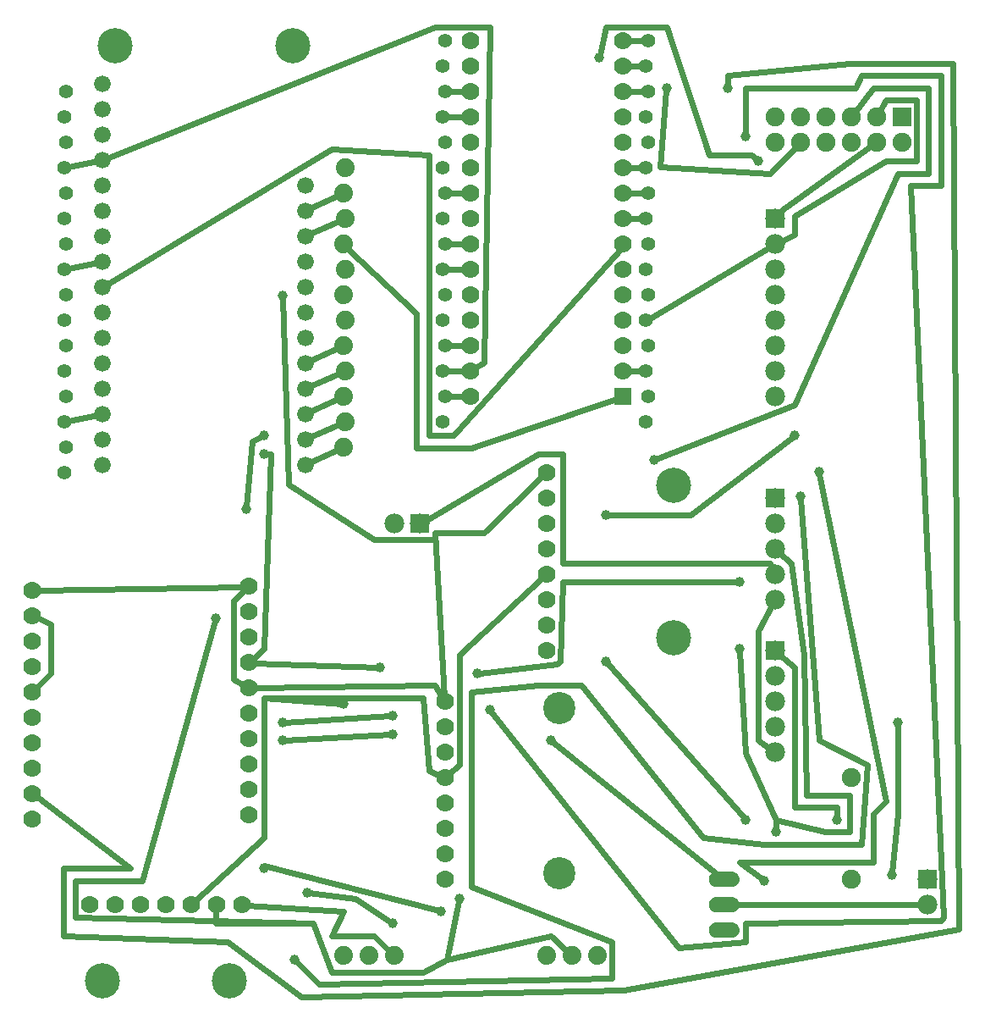
<source format=gtl>
G04 MADE WITH FRITZING*
G04 WWW.FRITZING.ORG*
G04 DOUBLE SIDED*
G04 HOLES PLATED*
G04 CONTOUR ON CENTER OF CONTOUR VECTOR*
%ASAXBY*%
%FSLAX23Y23*%
%MOIN*%
%OFA0B0*%
%SFA1.0B1.0*%
%ADD10C,0.070000*%
%ADD11C,0.078000*%
%ADD12C,0.074000*%
%ADD13C,0.055000*%
%ADD14C,0.075000*%
%ADD15C,0.066000*%
%ADD16C,0.138425*%
%ADD17C,0.126614*%
%ADD18C,0.060000*%
%ADD19C,0.039370*%
%ADD20R,0.069972X0.070000*%
%ADD21R,0.078000X0.078000*%
%ADD22R,0.075000X0.075000*%
%ADD23C,0.024000*%
%ADD24R,0.001000X0.001000*%
%LNCOPPER1*%
G90*
G70*
G54D10*
X2551Y2422D03*
X2551Y2522D03*
X2551Y2622D03*
X2551Y2722D03*
X2551Y2822D03*
X2551Y2922D03*
X2551Y3022D03*
X2551Y3122D03*
X2551Y3222D03*
X2551Y3322D03*
X2551Y3422D03*
X2551Y3522D03*
X2551Y3622D03*
X2551Y3722D03*
X2551Y3822D03*
X1951Y2422D03*
X1951Y2522D03*
X1951Y2622D03*
X1951Y2722D03*
X1951Y2822D03*
X1951Y2922D03*
X1951Y3022D03*
X1951Y3122D03*
X1951Y3222D03*
X1951Y3322D03*
X1951Y3422D03*
X1951Y3522D03*
X1951Y3622D03*
X1951Y3722D03*
X1951Y3822D03*
G54D11*
X3151Y1422D03*
X3151Y1322D03*
X3151Y1222D03*
X3151Y1122D03*
X3151Y1022D03*
X3151Y2022D03*
X3151Y1922D03*
X3151Y1822D03*
X3151Y1722D03*
X3151Y1622D03*
X1751Y1922D03*
X1651Y1922D03*
G54D12*
X1459Y3322D03*
X1451Y3222D03*
X1459Y3122D03*
X1451Y3022D03*
X1459Y2922D03*
X1451Y2822D03*
X1459Y2722D03*
X1451Y2622D03*
X1459Y2522D03*
X1451Y2422D03*
X1459Y2322D03*
X1451Y2222D03*
X1459Y3322D03*
X1451Y3222D03*
X1459Y3122D03*
X1451Y3022D03*
X1459Y2922D03*
X1451Y2822D03*
X1459Y2722D03*
X1451Y2622D03*
X1459Y2522D03*
X1451Y2422D03*
X1459Y2322D03*
X1451Y2222D03*
G54D13*
X1851Y3822D03*
X1843Y3722D03*
X1851Y3622D03*
X1843Y3522D03*
X1851Y3422D03*
X1843Y3322D03*
X1851Y3222D03*
X1843Y3122D03*
X1851Y3022D03*
X1843Y2922D03*
X1851Y2822D03*
X1843Y2722D03*
X1851Y2622D03*
X1843Y2522D03*
X1851Y2422D03*
X1843Y2322D03*
X1851Y3822D03*
X1843Y3722D03*
X1851Y3622D03*
X1843Y3522D03*
X1851Y3422D03*
X1843Y3322D03*
X1851Y3222D03*
X1843Y3122D03*
X1851Y3022D03*
X1843Y2922D03*
X1851Y2822D03*
X1843Y2722D03*
X1851Y2622D03*
X1843Y2522D03*
X1851Y2422D03*
X1843Y2322D03*
X359Y3622D03*
X351Y3522D03*
X359Y3422D03*
X351Y3322D03*
X359Y3222D03*
X351Y3122D03*
X359Y3022D03*
X351Y2922D03*
X359Y2822D03*
X351Y2722D03*
X359Y2622D03*
X351Y2522D03*
X359Y2422D03*
X351Y2322D03*
X359Y2222D03*
X351Y2122D03*
X359Y3622D03*
X351Y3522D03*
X359Y3422D03*
X351Y3322D03*
X359Y3222D03*
X351Y3122D03*
X359Y3022D03*
X351Y2922D03*
X359Y2822D03*
X351Y2722D03*
X359Y2622D03*
X351Y2522D03*
X359Y2422D03*
X351Y2322D03*
X359Y2222D03*
X351Y2122D03*
X2651Y3822D03*
X2643Y3722D03*
X2651Y3622D03*
X2643Y3522D03*
X2651Y3422D03*
X2643Y3322D03*
X2651Y3222D03*
X2643Y3122D03*
X2651Y3022D03*
X2643Y2922D03*
X2651Y2822D03*
X2643Y2722D03*
X2651Y2622D03*
X2643Y2522D03*
X2651Y2422D03*
X2643Y2322D03*
X2651Y3822D03*
X2643Y3722D03*
X2651Y3622D03*
X2643Y3522D03*
X2651Y3422D03*
X2643Y3322D03*
X2651Y3222D03*
X2643Y3122D03*
X2651Y3022D03*
X2643Y2922D03*
X2651Y2822D03*
X2643Y2722D03*
X2651Y2622D03*
X2643Y2522D03*
X2651Y2422D03*
X2643Y2322D03*
G54D11*
X3151Y3122D03*
X3151Y3022D03*
X3151Y2922D03*
X3151Y2822D03*
X3151Y2722D03*
X3151Y2622D03*
X3151Y2522D03*
X3151Y2422D03*
X3751Y522D03*
X3751Y422D03*
G54D14*
X3651Y3522D03*
X3651Y3422D03*
X3551Y3522D03*
X3551Y3422D03*
X3451Y3522D03*
X3451Y3422D03*
X3351Y3522D03*
X3351Y3422D03*
X3251Y3522D03*
X3251Y3422D03*
X3151Y3522D03*
X3151Y3422D03*
G54D15*
X501Y2354D03*
X501Y2254D03*
X501Y2454D03*
X501Y2554D03*
X501Y2654D03*
X501Y2754D03*
X501Y2854D03*
X501Y2954D03*
X501Y3054D03*
X501Y3154D03*
X501Y3254D03*
X501Y3354D03*
X501Y3454D03*
X501Y3554D03*
X501Y3654D03*
X1301Y3254D03*
X1301Y3154D03*
X1301Y3054D03*
X1301Y2954D03*
X1301Y2854D03*
X1301Y2754D03*
X1301Y2654D03*
X1301Y2554D03*
X1301Y2454D03*
X1301Y2354D03*
X1301Y2254D03*
X1301Y2154D03*
G54D16*
X1251Y3804D03*
X551Y3804D03*
G54D15*
X501Y2154D03*
G54D10*
X1051Y422D03*
G54D16*
X1001Y122D03*
G54D10*
X951Y422D03*
X851Y422D03*
X751Y422D03*
X651Y422D03*
X551Y422D03*
G54D16*
X501Y122D03*
G54D10*
X451Y422D03*
G54D17*
X2301Y1197D03*
G54D10*
X1851Y1222D03*
X1851Y1122D03*
X1851Y1022D03*
X1851Y922D03*
X1851Y822D03*
G54D17*
X2301Y547D03*
G54D10*
X1851Y722D03*
X1851Y622D03*
X1851Y522D03*
G54D16*
X2751Y1472D03*
G54D10*
X2251Y2122D03*
X2251Y2022D03*
X2251Y1922D03*
X2251Y1822D03*
X2251Y1722D03*
X2251Y1622D03*
X2251Y1522D03*
X2251Y1422D03*
G54D16*
X2751Y2072D03*
G54D10*
X226Y761D03*
X226Y861D03*
X226Y961D03*
X226Y1061D03*
X226Y1161D03*
X226Y1261D03*
X226Y1361D03*
X226Y1461D03*
X226Y1561D03*
X226Y1661D03*
X1077Y775D03*
X1077Y875D03*
X1077Y975D03*
X1077Y1075D03*
X1077Y1175D03*
X1077Y1275D03*
X1077Y1375D03*
X1077Y1475D03*
X1077Y1575D03*
X1077Y1675D03*
G54D12*
X2251Y222D03*
X2351Y222D03*
X2451Y222D03*
X2251Y222D03*
X2351Y222D03*
X2451Y222D03*
X1451Y222D03*
X1551Y222D03*
X1651Y222D03*
X1451Y222D03*
X1551Y222D03*
X1651Y222D03*
G54D14*
X3451Y922D03*
X3451Y522D03*
G54D18*
X2951Y522D03*
X2951Y422D03*
X2951Y322D03*
X2951Y522D03*
X2951Y422D03*
X2951Y322D03*
G54D19*
X2268Y1069D03*
X1452Y1213D03*
X1140Y2269D03*
X1068Y1981D03*
X1596Y1357D03*
X1140Y2197D03*
X1212Y1141D03*
X1644Y1165D03*
X1980Y1333D03*
X3012Y1693D03*
X2676Y2173D03*
X3036Y3445D03*
X2028Y1189D03*
X1644Y1093D03*
X1212Y1069D03*
X3108Y517D03*
X3324Y2125D03*
X1260Y205D03*
X3252Y2029D03*
X1140Y565D03*
X1836Y397D03*
X2484Y1957D03*
X3228Y2269D03*
X2724Y3637D03*
X3636Y1141D03*
X3612Y541D03*
X3036Y757D03*
X2484Y1381D03*
X1644Y349D03*
X1308Y469D03*
X2964Y3637D03*
X3084Y3349D03*
X2460Y3757D03*
X3396Y757D03*
X1212Y2821D03*
X3156Y709D03*
X3012Y1429D03*
X1908Y445D03*
X948Y1549D03*
G54D20*
X2551Y2422D03*
G54D21*
X3151Y1422D03*
X3151Y2022D03*
X1751Y1922D03*
X3151Y3122D03*
X3751Y522D03*
G54D22*
X3651Y3522D03*
G54D23*
X2633Y3822D02*
X2569Y3822D01*
D02*
X2625Y3122D02*
X2569Y3122D01*
D02*
X2625Y3722D02*
X2569Y3722D01*
D02*
X2569Y3622D02*
X2633Y3622D01*
D02*
X1868Y3022D02*
X1933Y3022D01*
D02*
X2569Y3322D02*
X2625Y3322D01*
D02*
X1860Y2922D02*
X1933Y2922D01*
D02*
X2633Y3222D02*
X2569Y3222D01*
D02*
X1860Y3522D02*
X1933Y3522D01*
D02*
X1933Y3222D02*
X1868Y3222D01*
D02*
X1868Y2422D02*
X1933Y2422D01*
D02*
X3732Y422D02*
X2971Y422D01*
D02*
X1868Y3622D02*
X1933Y3622D01*
D02*
X1868Y2622D02*
X1933Y2622D01*
D02*
X1435Y3215D02*
X1318Y3162D01*
D02*
X1435Y2415D02*
X1318Y2362D01*
D02*
X1319Y2462D02*
X1442Y2515D01*
D02*
X1442Y3115D02*
X1319Y3062D01*
D02*
X368Y2325D02*
X481Y2350D01*
D02*
X368Y2925D02*
X481Y2950D01*
D02*
X1435Y2615D02*
X1319Y2562D01*
D02*
X3163Y3136D02*
X3180Y3157D01*
X3180Y3157D02*
X3536Y3412D01*
D02*
X3141Y1605D02*
X3084Y1501D01*
X3084Y1501D02*
X3084Y1069D01*
X3084Y1069D02*
X3135Y1033D01*
D02*
X517Y2864D02*
X1404Y3397D01*
X1404Y3397D02*
X1788Y3373D01*
X1788Y3373D02*
X1788Y2269D01*
X1788Y2269D02*
X1884Y2269D01*
X1884Y2269D02*
X2532Y2989D01*
X2532Y2989D02*
X2542Y3006D01*
D02*
X1767Y1931D02*
X2220Y2197D01*
X2220Y2197D02*
X2316Y2197D01*
X2316Y2197D02*
X2316Y1765D01*
X2316Y1765D02*
X3132Y1765D01*
X3132Y1765D02*
X3143Y1739D01*
D02*
X2569Y2522D02*
X2625Y2522D01*
D02*
X2935Y534D02*
X2274Y1064D01*
D02*
X1463Y3010D02*
X1740Y2749D01*
X1740Y2749D02*
X1740Y2221D01*
X1740Y2221D02*
X1956Y2221D01*
X1956Y2221D02*
X2534Y2416D01*
D02*
X2236Y2108D02*
X2004Y1885D01*
X2004Y1885D02*
X1812Y1885D01*
X1812Y1885D02*
X1812Y1861D01*
X1812Y1861D02*
X1572Y1861D01*
X1572Y1861D02*
X1236Y2077D01*
X1236Y2077D02*
X1212Y2813D01*
D02*
X1849Y1241D02*
X1812Y1885D01*
D02*
X1097Y1275D02*
X1812Y1285D01*
X1812Y1285D02*
X1840Y1239D01*
D02*
X1063Y1661D02*
X1020Y1621D01*
X1020Y1621D02*
X1020Y1309D01*
X1020Y1309D02*
X1060Y1285D01*
D02*
X246Y1661D02*
X1057Y1674D01*
D02*
X1636Y236D02*
X1572Y301D01*
X1572Y301D02*
X1404Y301D01*
X1404Y301D02*
X1452Y397D01*
X1452Y397D02*
X1070Y421D01*
D02*
X3396Y765D02*
X3396Y805D01*
X3396Y805D02*
X3228Y805D01*
X3228Y805D02*
X3228Y1357D01*
X3228Y1357D02*
X3165Y1410D01*
D02*
X1318Y2162D02*
X1435Y2215D01*
D02*
X1092Y1387D02*
X1140Y1429D01*
X1140Y1429D02*
X1164Y2197D01*
X1164Y2197D02*
X1148Y2197D01*
D02*
X1588Y1357D02*
X1097Y1374D01*
D02*
X1319Y2262D02*
X1442Y2315D01*
D02*
X1069Y1989D02*
X1092Y2245D01*
X1092Y2245D02*
X1133Y2265D01*
D02*
X1833Y930D02*
X1788Y949D01*
X1788Y949D02*
X1764Y1237D01*
X1764Y1237D02*
X1140Y1237D01*
X1140Y1237D02*
X1444Y1214D01*
D02*
X2236Y1708D02*
X1908Y1405D01*
X1908Y1405D02*
X1908Y973D01*
X1908Y973D02*
X1865Y935D01*
D02*
X865Y435D02*
X1140Y685D01*
X1140Y685D02*
X1140Y1237D01*
D02*
X1860Y2522D02*
X1933Y2522D01*
D02*
X3134Y3012D02*
X2658Y2731D01*
D02*
X3559Y3537D02*
X3588Y3589D01*
X3588Y3589D02*
X3708Y3589D01*
X3708Y3589D02*
X3708Y3349D01*
X3708Y3349D02*
X3588Y3349D01*
X3588Y3349D02*
X3228Y3133D01*
X3228Y3133D02*
X3228Y3061D01*
X3228Y3061D02*
X3168Y3030D01*
D02*
X946Y1541D02*
X660Y517D01*
X660Y517D02*
X396Y517D01*
X396Y517D02*
X396Y373D01*
X396Y373D02*
X1332Y349D01*
X1332Y349D02*
X1404Y157D01*
X1404Y157D02*
X1764Y157D01*
X1764Y157D02*
X1860Y205D01*
X1860Y205D02*
X1906Y437D01*
D02*
X240Y1274D02*
X300Y1333D01*
X300Y1333D02*
X300Y1525D01*
X300Y1525D02*
X244Y1552D01*
D02*
X3012Y1421D02*
X3036Y1021D01*
X3036Y1021D02*
X3156Y757D01*
X3156Y757D02*
X3348Y709D01*
X3348Y709D02*
X3444Y709D01*
X3444Y709D02*
X3444Y853D01*
X3444Y853D02*
X3276Y853D01*
X3276Y853D02*
X3264Y1405D01*
X3264Y1405D02*
X3216Y1765D01*
X3216Y1765D02*
X3165Y1809D01*
D02*
X3156Y717D02*
X3156Y757D01*
D02*
X2336Y236D02*
X2268Y301D01*
X2268Y301D02*
X1860Y205D01*
D02*
X950Y402D02*
X948Y349D01*
X948Y349D02*
X1332Y349D01*
D02*
X519Y3361D02*
X1812Y3877D01*
X1812Y3877D02*
X2028Y3877D01*
X2028Y3877D02*
X2004Y2557D01*
X2004Y2557D02*
X1966Y2532D01*
D02*
X368Y3325D02*
X481Y3350D01*
D02*
X3222Y2264D02*
X2820Y1957D01*
X2820Y1957D02*
X2492Y1957D01*
D02*
X1828Y399D02*
X1140Y577D01*
X1140Y577D02*
X1140Y573D01*
D02*
X3253Y2021D02*
X3324Y1069D01*
X3324Y1069D02*
X3516Y973D01*
X3516Y973D02*
X3492Y661D01*
X3492Y661D02*
X3108Y661D01*
X3108Y661D02*
X2868Y685D01*
X2868Y685D02*
X2388Y1285D01*
X2388Y1285D02*
X2220Y1285D01*
X2220Y1285D02*
X1956Y1261D01*
X1956Y1261D02*
X1956Y493D01*
X1956Y493D02*
X2508Y277D01*
X2508Y277D02*
X2508Y133D01*
X2508Y133D02*
X1356Y109D01*
X1356Y109D02*
X1266Y199D01*
D02*
X2462Y3765D02*
X2484Y3877D01*
X2484Y3877D02*
X2724Y3877D01*
X2724Y3877D02*
X2892Y3373D01*
X2892Y3373D02*
X3060Y3373D01*
X3060Y3373D02*
X3078Y3355D01*
D02*
X3461Y3536D02*
X3540Y3637D01*
X3540Y3637D02*
X3756Y3637D01*
X3756Y3637D02*
X3756Y3301D01*
X3756Y3301D02*
X3636Y3301D01*
X3636Y3301D02*
X3228Y2389D01*
X3228Y2389D02*
X2683Y2176D01*
D02*
X3004Y1693D02*
X2316Y1693D01*
X2316Y1693D02*
X2304Y1381D01*
X2304Y1381D02*
X2292Y1369D01*
X2292Y1369D02*
X1988Y1334D01*
D02*
X1636Y1165D02*
X1220Y1141D01*
D02*
X1220Y1069D02*
X1636Y1093D01*
D02*
X2033Y1183D02*
X2772Y253D01*
X2772Y253D02*
X3036Y277D01*
X3036Y277D02*
X3036Y349D01*
X3036Y349D02*
X3804Y361D01*
X3804Y361D02*
X3816Y373D01*
X3816Y373D02*
X3684Y3253D01*
X3684Y3253D02*
X3804Y3253D01*
X3804Y3253D02*
X3804Y3685D01*
X3804Y3685D02*
X3492Y3685D01*
X3492Y3685D02*
X3468Y3637D01*
X3468Y3637D02*
X3036Y3637D01*
X3036Y3637D02*
X3036Y3453D01*
D02*
X3326Y2117D02*
X3588Y829D01*
X3588Y829D02*
X3540Y781D01*
X3540Y781D02*
X3540Y589D01*
X3540Y589D02*
X3012Y589D01*
X3012Y589D02*
X3102Y522D01*
D02*
X242Y849D02*
X612Y565D01*
X612Y565D02*
X348Y565D01*
X348Y565D02*
X348Y301D01*
X348Y301D02*
X996Y277D01*
X996Y277D02*
X1284Y61D01*
X1284Y61D02*
X2556Y85D01*
X2556Y85D02*
X3876Y325D01*
X3876Y325D02*
X3852Y3733D01*
X3852Y3733D02*
X3444Y3733D01*
X3444Y3733D02*
X2964Y3685D01*
X2964Y3685D02*
X2964Y3645D01*
D02*
X1316Y468D02*
X1500Y445D01*
X1500Y445D02*
X1637Y353D01*
D02*
X2489Y1375D02*
X3031Y763D01*
D02*
X3613Y549D02*
X3636Y781D01*
X3636Y781D02*
X3636Y1133D01*
D02*
X2723Y3629D02*
X2700Y3325D01*
X2700Y3325D02*
X3132Y3301D01*
X3132Y3301D02*
X3238Y3409D01*
G54D24*
X2918Y552D02*
X2984Y552D01*
X2913Y551D02*
X2989Y551D01*
X2910Y550D02*
X2992Y550D01*
X2908Y549D02*
X2994Y549D01*
X2906Y548D02*
X2996Y548D01*
X2905Y547D02*
X2998Y547D01*
X2903Y546D02*
X2999Y546D01*
X2902Y545D02*
X3000Y545D01*
X2901Y544D02*
X3001Y544D01*
X2900Y543D02*
X3002Y543D01*
X2899Y542D02*
X2948Y542D01*
X2954Y542D02*
X3003Y542D01*
X2898Y541D02*
X2944Y541D01*
X2958Y541D02*
X3004Y541D01*
X2897Y540D02*
X2941Y540D01*
X2961Y540D02*
X3005Y540D01*
X2897Y539D02*
X2940Y539D01*
X2962Y539D02*
X3005Y539D01*
X2896Y538D02*
X2938Y538D01*
X2964Y538D02*
X3006Y538D01*
X2895Y537D02*
X2937Y537D01*
X2965Y537D02*
X3007Y537D01*
X2895Y536D02*
X2936Y536D01*
X2966Y536D02*
X3007Y536D01*
X2894Y535D02*
X2935Y535D01*
X2967Y535D02*
X3008Y535D01*
X2894Y534D02*
X2934Y534D01*
X2968Y534D02*
X3008Y534D01*
X2894Y533D02*
X2934Y533D01*
X2968Y533D02*
X3009Y533D01*
X2893Y532D02*
X2933Y532D01*
X2969Y532D02*
X3009Y532D01*
X2893Y531D02*
X2933Y531D01*
X2969Y531D02*
X3009Y531D01*
X2893Y530D02*
X2932Y530D01*
X2970Y530D02*
X3010Y530D01*
X2892Y529D02*
X2932Y529D01*
X2970Y529D02*
X3010Y529D01*
X2892Y528D02*
X2931Y528D01*
X2971Y528D02*
X3010Y528D01*
X2892Y527D02*
X2931Y527D01*
X2971Y527D02*
X3010Y527D01*
X2892Y526D02*
X2931Y526D01*
X2971Y526D02*
X3010Y526D01*
X2892Y525D02*
X2931Y525D01*
X2971Y525D02*
X3010Y525D01*
X2892Y524D02*
X2931Y524D01*
X2971Y524D02*
X3010Y524D01*
X2892Y523D02*
X2931Y523D01*
X2971Y523D02*
X3011Y523D01*
X2892Y522D02*
X2931Y522D01*
X2972Y522D02*
X3011Y522D01*
X2892Y521D02*
X2931Y521D01*
X2971Y521D02*
X3010Y521D01*
X2892Y520D02*
X2931Y520D01*
X2971Y520D02*
X3010Y520D01*
X2892Y519D02*
X2931Y519D01*
X2971Y519D02*
X3010Y519D01*
X2892Y518D02*
X2931Y518D01*
X2971Y518D02*
X3010Y518D01*
X2892Y517D02*
X2931Y517D01*
X2971Y517D02*
X3010Y517D01*
X2892Y516D02*
X2932Y516D01*
X2970Y516D02*
X3010Y516D01*
X2892Y515D02*
X2932Y515D01*
X2970Y515D02*
X3010Y515D01*
X2893Y514D02*
X2932Y514D01*
X2970Y514D02*
X3009Y514D01*
X2893Y513D02*
X2933Y513D01*
X2969Y513D02*
X3009Y513D01*
X2893Y512D02*
X2933Y512D01*
X2969Y512D02*
X3009Y512D01*
X2894Y511D02*
X2934Y511D01*
X2968Y511D02*
X3008Y511D01*
X2894Y510D02*
X2935Y510D01*
X2967Y510D02*
X3008Y510D01*
X2895Y509D02*
X2936Y509D01*
X2966Y509D02*
X3007Y509D01*
X2895Y508D02*
X2937Y508D01*
X2966Y508D02*
X3007Y508D01*
X2896Y507D02*
X2938Y507D01*
X2964Y507D02*
X3006Y507D01*
X2896Y506D02*
X2939Y506D01*
X2963Y506D02*
X3006Y506D01*
X2897Y505D02*
X2941Y505D01*
X2961Y505D02*
X3005Y505D01*
X2898Y504D02*
X2942Y504D01*
X2960Y504D02*
X3004Y504D01*
X2899Y503D02*
X2945Y503D01*
X2957Y503D02*
X3004Y503D01*
X2899Y502D02*
X3003Y502D01*
X2900Y501D02*
X3002Y501D01*
X2902Y500D02*
X3001Y500D01*
X2903Y499D02*
X2999Y499D01*
X2904Y498D02*
X2998Y498D01*
X2905Y497D02*
X2997Y497D01*
X2907Y496D02*
X2995Y496D01*
X2909Y495D02*
X2993Y495D01*
X2912Y494D02*
X2991Y494D01*
X2915Y493D02*
X2987Y493D01*
X2918Y452D02*
X2984Y452D01*
X2913Y451D02*
X2989Y451D01*
X2910Y450D02*
X2992Y450D01*
X2908Y449D02*
X2994Y449D01*
X2906Y448D02*
X2996Y448D01*
X2905Y447D02*
X2998Y447D01*
X2903Y446D02*
X2999Y446D01*
X2902Y445D02*
X3000Y445D01*
X2901Y444D02*
X3001Y444D01*
X2900Y443D02*
X3002Y443D01*
X2899Y442D02*
X2948Y442D01*
X2954Y442D02*
X3003Y442D01*
X2898Y441D02*
X2944Y441D01*
X2958Y441D02*
X3004Y441D01*
X2897Y440D02*
X2941Y440D01*
X2961Y440D02*
X3005Y440D01*
X2897Y439D02*
X2940Y439D01*
X2962Y439D02*
X3005Y439D01*
X2896Y438D02*
X2938Y438D01*
X2964Y438D02*
X3006Y438D01*
X2895Y437D02*
X2937Y437D01*
X2965Y437D02*
X3007Y437D01*
X2895Y436D02*
X2936Y436D01*
X2966Y436D02*
X3007Y436D01*
X2894Y435D02*
X2935Y435D01*
X2967Y435D02*
X3008Y435D01*
X2894Y434D02*
X2934Y434D01*
X2968Y434D02*
X3008Y434D01*
X2894Y433D02*
X2934Y433D01*
X2968Y433D02*
X3009Y433D01*
X2893Y432D02*
X2933Y432D01*
X2969Y432D02*
X3009Y432D01*
X2893Y431D02*
X2933Y431D01*
X2969Y431D02*
X3009Y431D01*
X2893Y430D02*
X2932Y430D01*
X2970Y430D02*
X3010Y430D01*
X2892Y429D02*
X2932Y429D01*
X2970Y429D02*
X3010Y429D01*
X2892Y428D02*
X2931Y428D01*
X2971Y428D02*
X3010Y428D01*
X2892Y427D02*
X2931Y427D01*
X2971Y427D02*
X3010Y427D01*
X2892Y426D02*
X2931Y426D01*
X2971Y426D02*
X3010Y426D01*
X2892Y425D02*
X2931Y425D01*
X2971Y425D02*
X3010Y425D01*
X2892Y424D02*
X2931Y424D01*
X2971Y424D02*
X3010Y424D01*
X2892Y423D02*
X2931Y423D01*
X2971Y423D02*
X3011Y423D01*
X2892Y422D02*
X2931Y422D01*
X2972Y422D02*
X3011Y422D01*
X2892Y421D02*
X2931Y421D01*
X2971Y421D02*
X3010Y421D01*
X2892Y420D02*
X2931Y420D01*
X2971Y420D02*
X3010Y420D01*
X2892Y419D02*
X2931Y419D01*
X2971Y419D02*
X3010Y419D01*
X2892Y418D02*
X2931Y418D01*
X2971Y418D02*
X3010Y418D01*
X2892Y417D02*
X2931Y417D01*
X2971Y417D02*
X3010Y417D01*
X2892Y416D02*
X2932Y416D01*
X2970Y416D02*
X3010Y416D01*
X2892Y415D02*
X2932Y415D01*
X2970Y415D02*
X3010Y415D01*
X2893Y414D02*
X2932Y414D01*
X2970Y414D02*
X3009Y414D01*
X2893Y413D02*
X2933Y413D01*
X2969Y413D02*
X3009Y413D01*
X2893Y412D02*
X2933Y412D01*
X2969Y412D02*
X3009Y412D01*
X2894Y411D02*
X2934Y411D01*
X2968Y411D02*
X3008Y411D01*
X2894Y410D02*
X2935Y410D01*
X2967Y410D02*
X3008Y410D01*
X2895Y409D02*
X2936Y409D01*
X2966Y409D02*
X3007Y409D01*
X2895Y408D02*
X2937Y408D01*
X2966Y408D02*
X3007Y408D01*
X2896Y407D02*
X2938Y407D01*
X2964Y407D02*
X3006Y407D01*
X2896Y406D02*
X2939Y406D01*
X2963Y406D02*
X3006Y406D01*
X2897Y405D02*
X2941Y405D01*
X2961Y405D02*
X3005Y405D01*
X2898Y404D02*
X2942Y404D01*
X2960Y404D02*
X3004Y404D01*
X2899Y403D02*
X2945Y403D01*
X2957Y403D02*
X3004Y403D01*
X2899Y402D02*
X3003Y402D01*
X2900Y401D02*
X3002Y401D01*
X2902Y400D02*
X3001Y400D01*
X2903Y399D02*
X2999Y399D01*
X2904Y398D02*
X2998Y398D01*
X2905Y397D02*
X2997Y397D01*
X2907Y396D02*
X2995Y396D01*
X2909Y395D02*
X2993Y395D01*
X2912Y394D02*
X2991Y394D01*
X2915Y393D02*
X2987Y393D01*
X2918Y352D02*
X2984Y352D01*
X2913Y351D02*
X2989Y351D01*
X2910Y350D02*
X2992Y350D01*
X2908Y349D02*
X2994Y349D01*
X2906Y348D02*
X2996Y348D01*
X2905Y347D02*
X2998Y347D01*
X2903Y346D02*
X2999Y346D01*
X2902Y345D02*
X3000Y345D01*
X2901Y344D02*
X3001Y344D01*
X2900Y343D02*
X3002Y343D01*
X2899Y342D02*
X2948Y342D01*
X2954Y342D02*
X3003Y342D01*
X2898Y341D02*
X2944Y341D01*
X2958Y341D02*
X3004Y341D01*
X2897Y340D02*
X2941Y340D01*
X2961Y340D02*
X3005Y340D01*
X2897Y339D02*
X2940Y339D01*
X2962Y339D02*
X3005Y339D01*
X2896Y338D02*
X2938Y338D01*
X2964Y338D02*
X3006Y338D01*
X2895Y337D02*
X2937Y337D01*
X2965Y337D02*
X3007Y337D01*
X2895Y336D02*
X2936Y336D01*
X2966Y336D02*
X3007Y336D01*
X2894Y335D02*
X2935Y335D01*
X2967Y335D02*
X3008Y335D01*
X2894Y334D02*
X2934Y334D01*
X2968Y334D02*
X3008Y334D01*
X2894Y333D02*
X2934Y333D01*
X2968Y333D02*
X3009Y333D01*
X2893Y332D02*
X2933Y332D01*
X2969Y332D02*
X3009Y332D01*
X2893Y331D02*
X2933Y331D01*
X2969Y331D02*
X3009Y331D01*
X2893Y330D02*
X2932Y330D01*
X2970Y330D02*
X3010Y330D01*
X2892Y329D02*
X2932Y329D01*
X2970Y329D02*
X3010Y329D01*
X2892Y328D02*
X2931Y328D01*
X2971Y328D02*
X3010Y328D01*
X2892Y327D02*
X2931Y327D01*
X2971Y327D02*
X3010Y327D01*
X2892Y326D02*
X2931Y326D01*
X2971Y326D02*
X3010Y326D01*
X2892Y325D02*
X2931Y325D01*
X2971Y325D02*
X3010Y325D01*
X2892Y324D02*
X2931Y324D01*
X2971Y324D02*
X3010Y324D01*
X2892Y323D02*
X2931Y323D01*
X2971Y323D02*
X3011Y323D01*
X2892Y322D02*
X2931Y322D01*
X2972Y322D02*
X3011Y322D01*
X2892Y321D02*
X2931Y321D01*
X2971Y321D02*
X3010Y321D01*
X2892Y320D02*
X2931Y320D01*
X2971Y320D02*
X3010Y320D01*
X2892Y319D02*
X2931Y319D01*
X2971Y319D02*
X3010Y319D01*
X2892Y318D02*
X2931Y318D01*
X2971Y318D02*
X3010Y318D01*
X2892Y317D02*
X2931Y317D01*
X2971Y317D02*
X3010Y317D01*
X2892Y316D02*
X2932Y316D01*
X2970Y316D02*
X3010Y316D01*
X2892Y315D02*
X2932Y315D01*
X2970Y315D02*
X3010Y315D01*
X2893Y314D02*
X2932Y314D01*
X2970Y314D02*
X3009Y314D01*
X2893Y313D02*
X2933Y313D01*
X2969Y313D02*
X3009Y313D01*
X2893Y312D02*
X2933Y312D01*
X2969Y312D02*
X3009Y312D01*
X2894Y311D02*
X2934Y311D01*
X2968Y311D02*
X3008Y311D01*
X2894Y310D02*
X2935Y310D01*
X2967Y310D02*
X3008Y310D01*
X2895Y309D02*
X2936Y309D01*
X2966Y309D02*
X3007Y309D01*
X2895Y308D02*
X2937Y308D01*
X2966Y308D02*
X3007Y308D01*
X2896Y307D02*
X2938Y307D01*
X2964Y307D02*
X3006Y307D01*
X2896Y306D02*
X2939Y306D01*
X2963Y306D02*
X3006Y306D01*
X2897Y305D02*
X2941Y305D01*
X2961Y305D02*
X3005Y305D01*
X2898Y304D02*
X2942Y304D01*
X2960Y304D02*
X3004Y304D01*
X2899Y303D02*
X2945Y303D01*
X2957Y303D02*
X3004Y303D01*
X2899Y302D02*
X3003Y302D01*
X2900Y301D02*
X3002Y301D01*
X2902Y300D02*
X3001Y300D01*
X2903Y299D02*
X2999Y299D01*
X2904Y298D02*
X2998Y298D01*
X2905Y297D02*
X2997Y297D01*
X2907Y296D02*
X2995Y296D01*
X2909Y295D02*
X2993Y295D01*
X2912Y294D02*
X2991Y294D01*
X2915Y293D02*
X2987Y293D01*
D02*
G04 End of Copper1*
M02*
</source>
